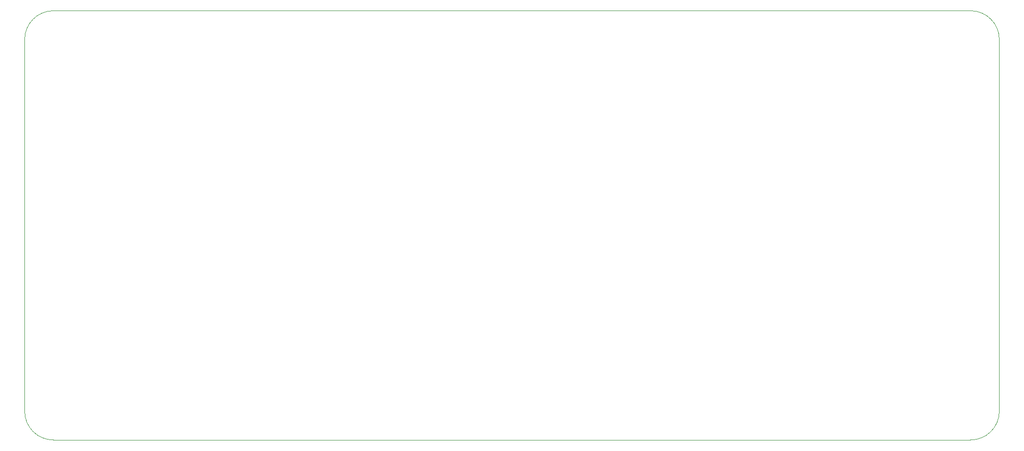
<source format=gm1>
%TF.GenerationSoftware,KiCad,Pcbnew,8.0.7*%
%TF.CreationDate,2025-02-08T16:39:55+02:00*%
%TF.ProjectId,HCP65 Component Tester,48435036-3520-4436-9f6d-706f6e656e74,V0*%
%TF.SameCoordinates,Original*%
%TF.FileFunction,Profile,NP*%
%FSLAX46Y46*%
G04 Gerber Fmt 4.6, Leading zero omitted, Abs format (unit mm)*
G04 Created by KiCad (PCBNEW 8.0.7) date 2025-02-08 16:39:55*
%MOMM*%
%LPD*%
G01*
G04 APERTURE LIST*
%TA.AperFunction,Profile*%
%ADD10C,0.100000*%
%TD*%
G04 APERTURE END LIST*
D10*
X158750000Y13930000D02*
G75*
G02*
X163830000Y8850000I0J-5080000D01*
G01*
X158749999Y-61976000D02*
X-3302000Y-61976000D01*
X163829999Y-56896001D02*
X163830000Y8850000D01*
X-3301998Y13930000D02*
X158750000Y13930000D01*
X-8382000Y-56896000D02*
X-8381998Y8850000D01*
X163829999Y-56896001D02*
G75*
G02*
X158749999Y-61975999I-5079999J1D01*
G01*
X-3302000Y-61976000D02*
G75*
G02*
X-8382000Y-56896000I2J5080002D01*
G01*
X-8381998Y8850000D02*
G75*
G02*
X-3301998Y13930000I5080002J-2D01*
G01*
M02*

</source>
